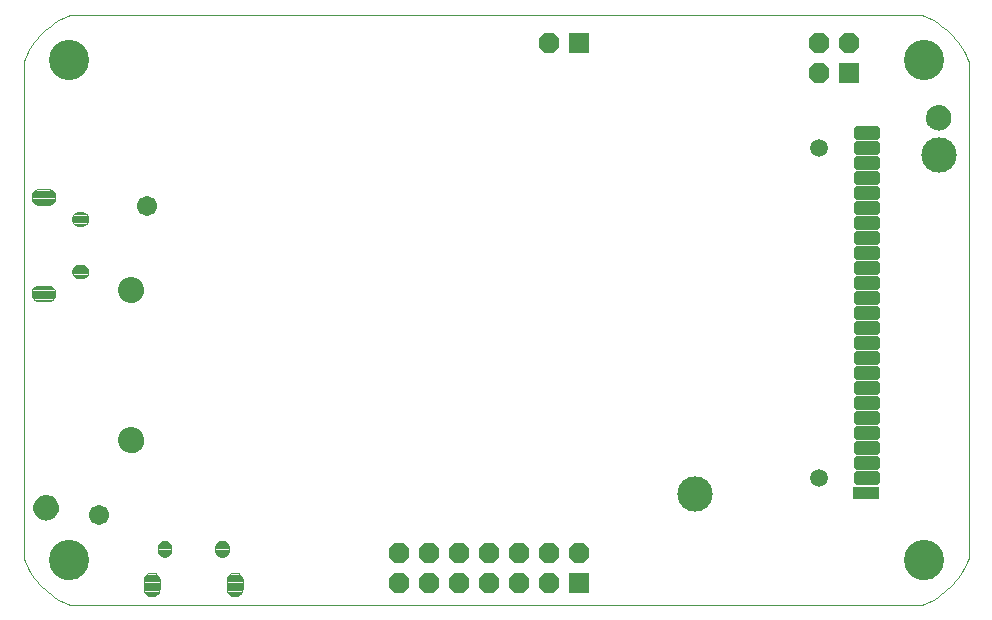
<source format=gbs>
G04 Output by ViewMate Deluxe V11.12.18  PentaLogix*
G04 Wed Mar 06 15:24:07 2019*
%IPPOS*%
%FSLAX25Y25*%
%MOIN*%
%ADD10C,0.0*%
%ADD253C,0.134*%
%ADD254C,0.0867*%
%ADD255C,0.1181*%
%ADD256R,0.068X0.068*%
G04:---LTIenv:A257:16,0.068,0.0 *
%ADD257P,0.073603X8X22.5*%
%ADD258C,0.0671*%
%ADD259C,0.0592*%
%ADD260C,0.0217*%
%ADD261R,0.0867X0.0434*%
%ADD262C,0.005*%
%ADD263C,0.0039*%

%LPD*%
X0Y0D2*D10*G1X286490Y176160D2*X286510Y175850D1*X286570Y175540*X286660Y175240*X286790Y174950*X286960Y174680*X287160Y174440*X287380Y174220*X287640Y174030*X287910Y173870*X288200Y173750*X288500Y173660*X288810Y173610*X289130Y173600*X289440Y173630*X289750Y173700*X290050Y173800*X290330Y173940*X290590Y174120*X290830Y174320*X291040Y174560*X291230Y174810*X291380Y175090*X291490Y175380*X291570Y175690*X291610Y176000*Y176320*X291570Y176630*X291490Y176940*X291380Y177230*X291230Y177510*X291040Y177760*X290830Y178000*X290590Y178200*X290330Y178380*X290050Y178520*X289750Y178620*X289440Y178690*X289130Y178720*X288810Y178710*X288500Y178660*X288200Y178570*X287910Y178450*X287640Y178290*X287380Y178100*X287160Y177880*X286960Y177640*X286790Y177370*X286660Y177080*X286570Y176780*X286510Y176470*X286490Y176160*X325110Y173660D2*X325130Y173270D1*X325190Y172880*X325290Y172500*X325420Y172130*X325590Y171780*X325790Y171440*X326030Y171130*X326300Y170840*X326590Y170580*X326910Y170350*X327250Y170150*X327610Y169990*X327980Y169870*X328370Y169780*X328760Y169730*X329150Y169720*X329540Y169750*X329930Y169820*X330300Y169930*X330670Y170070*X331020Y170250*X331350Y170460*X331660Y170710*X331940Y170980*X332190Y171280*X332410Y171610*X332600Y171950*X332750Y172310*X332870Y172690*X332950Y173070*X332990Y173460*Y173860*X332950Y174250*X332870Y174630*X332750Y175010*X332600Y175370*X332410Y175710*X332190Y176040*X331940Y176340*X331660Y176610*X331350Y176860*X331020Y177070*X330670Y177250*X330300Y177390*X329930Y177500*X329540Y177570*X329150Y177600*X328760Y177590*X328370Y177540*X327980Y177450*X327610Y177330*X327250Y177170*X326910Y176970*X326590Y176740*X326300Y176480*X326030Y176190*X325790Y175880*X325590Y175540*X325420Y175190*X325290Y174820*X325190Y174440*X325130Y174050*X325110Y173660*X286490Y66160D2*X286510Y65850D1*X286570Y65540*X286660Y65240*X286790Y64950*X286960Y64680*X287160Y64440*X287380Y64220*X287640Y64030*X287910Y63870*X288200Y63750*X288500Y63660*X288810Y63610*X289130Y63600*X289440Y63630*X289750Y63700*X290050Y63800*X290330Y63940*X290590Y64120*X290830Y64320*X291040Y64560*X291230Y64810*X291380Y65090*X291490Y65380*X291570Y65690*X291610Y66000*Y66320*X291570Y66630*X291490Y66940*X291380Y67230*X291230Y67510*X291040Y67760*X290830Y68000*X290590Y68200*X290330Y68380*X290050Y68520*X289750Y68620*X289440Y68690*X289130Y68720*X288810Y68710*X288500Y68660*X288200Y68570*X287910Y68450*X287640Y68290*X287380Y68100*X287160Y67880*X286960Y67640*X286790Y67370*X286660Y67080*X286570Y66780*X286510Y66470*X286490Y66160*X244010Y60700D2*X244030Y60310D1*X244090Y59920*X244190Y59540*X244320Y59170*X244490Y58820*X244690Y58480*X244930Y58170*X245200Y57880*X245490Y57620*X245810Y57390*X246150Y57190*X246510Y57030*X246880Y56910*X247270Y56820*X247660Y56770*X248050Y56760*X248440Y56790*X248830Y56860*X249200Y56970*X249570Y57110*X249920Y57290*X250250Y57500*X250560Y57750*X250840Y58020*X251090Y58320*X251310Y58650*X251500Y58990*X251650Y59350*X251770Y59730*X251850Y60110*X251890Y60500*Y60900*X251850Y61290*X251770Y61670*X251650Y62050*X251500Y62410*X251310Y62750*X251090Y63080*X250840Y63380*X250560Y63650*X250250Y63900*X249920Y64110*X249570Y64290*X249200Y64430*X248830Y64540*X248440Y64610*X248050Y64640*X247660Y64630*X247270Y64580*X246880Y64490*X246510Y64370*X246150Y64210*X245810Y64010*X245490Y63780*X245200Y63520*X244930Y63230*X244690Y62920*X244490Y62580*X244320Y62230*X244190Y61860*X244090Y61480*X244030Y61090*X244010Y60700*X39800Y220510D2*X38610Y220050D1*X37440Y219520*X36300Y218940*X35190Y218310*X34120Y217620*X33070Y216890*X32070Y216100*X31100Y215260*X30180Y214380*X29300Y213460*X28460Y212490*X27670Y211490*X26940Y210440*X26250Y209370*X25620Y208260*X25040Y207120*X24510Y205950*X24050Y204760*X55990Y128730D2*X56010Y128340D1*X56070Y127950*X56170Y127570*X56300Y127200*X56470Y126850*X56670Y126510*X56910Y126200*X57180Y125910*X57470Y125650*X57790Y125420*X58130Y125220*X58490Y125060*X58860Y124940*X59250Y124850*X59640Y124800*X60030Y124790*X60420Y124820*X60810Y124890*X61180Y125000*X61550Y125140*X61900Y125320*X62230Y125530*X62540Y125780*X62820Y126050*X63070Y126350*X63290Y126680*X63480Y127020*X63630Y127380*X63750Y127760*X63830Y128140*X63870Y128530*Y128930*X63830Y129320*X63750Y129700*X63630Y130080*X63480Y130440*X63290Y130780*X63070Y131110*X62820Y131410*X62540Y131680*X62230Y131930*X61900Y132140*X61550Y132320*X61180Y132460*X60810Y132570*X60420Y132640*X60030Y132670*X59640Y132660*X59250Y132610*X58860Y132520*X58490Y132400*X58130Y132240*X57790Y132040*X57470Y131810*X57180Y131550*X56910Y131260*X56670Y130950*X56470Y130610*X56300Y130260*X56170Y129890*X56070Y129510*X56010Y129120*X55990Y128730*Y78580D2*X56010Y78190D1*X56070Y77800*X56170Y77420*X56300Y77050*X56470Y76700*X56670Y76360*X56910Y76050*X57180Y75760*X57470Y75500*X57790Y75270*X58130Y75070*X58490Y74910*X58860Y74790*X59250Y74700*X59640Y74650*X60030Y74640*X60420Y74670*X60810Y74740*X61180Y74850*X61550Y74990*X61900Y75170*X62230Y75380*X62540Y75630*X62820Y75900*X63070Y76200*X63290Y76530*X63480Y76870*X63630Y77230*X63750Y77610*X63830Y77990*X63870Y78380*Y78780*X63830Y79170*X63750Y79550*X63630Y79930*X63480Y80290*X63290Y80630*X63070Y80960*X62820Y81260*X62540Y81530*X62230Y81780*X61900Y81990*X61550Y82170*X61180Y82310*X60810Y82420*X60420Y82490*X60030Y82520*X59640Y82510*X59250Y82460*X58860Y82370*X58490Y82250*X58130Y82090*X57790Y81890*X57470Y81660*X57180Y81400*X56910Y81110*X56670Y80800*X56470Y80460*X56300Y80110*X56170Y79740*X56070Y79360*X56010Y78970*X55990Y78580*X39800Y23660D2*X38610Y24120D1*X37440Y24650*X36300Y25230*X35190Y25860*X34120Y26550*X33070Y27280*X32070Y28070*X31100Y28910*X30180Y29790*X29300Y30710*X28460Y31680*X27670Y32680*X26940Y33730*X26250Y34800*X25620Y35910*X25040Y37050*X24510Y38220*X24050Y39410*X32750Y38660D2*X32770Y38160D1*X32830Y37660*X32930Y37170*X33070Y36690*X33240Y36220*X33450Y35770*X33700Y35330*X33980Y34920*X34300Y34530*X34640Y34160*X35010Y33820*X35410Y33520*X35830Y33250*X36270Y33010*X36730Y32800*X37200Y32640*X37680Y32510*X38180Y32420*X38670Y32370*X39180Y32360*X39680Y32390*X40170Y32460*X40660Y32570*X41140Y32720*X41600Y32900*X42050Y33120*X42480Y33380*X42890Y33670*X43280Y33990*X43640Y34340*X43960Y34720*X44260Y35120*X44530Y35550*X44760Y35990*X44950Y36450*X45110Y36930*X45230Y37420*X45310Y37910*X45350Y38410*Y38910*X45310Y39410*X45230Y39900*X45110Y40390*X44950Y40870*X44760Y41330*X44530Y41770*X44260Y42200*X43960Y42600*X43640Y42980*X43280Y43330*X42890Y43650*X42480Y43940*X42050Y44200*X41600Y44420*X41140Y44600*X40660Y44750*X40170Y44860*X39680Y44930*X39180Y44960*X38670Y44950*X38180Y44900*X37680Y44810*X37200Y44680*X36730Y44520*X36270Y44310*X35830Y44070*X35410Y43800*X35010Y43500*X34640Y43160*X34300Y42790*X33980Y42400*X33700Y41990*X33450Y41550*X33240Y41100*X33070Y40630*X32930Y40150*X32830Y39660*X32770Y39160*X32750Y38660*X24050Y204760D2*Y39400D1*X32750Y205510D2*X32770Y205010D1*X32830Y204510*X32930Y204020*X33070Y203540*X33240Y203070*X33450Y202620*X33700Y202180*X33980Y201770*X34300Y201380*X34640Y201010*X35010Y200670*X35410Y200370*X35830Y200100*X36270Y199860*X36730Y199650*X37200Y199490*X37680Y199360*X38180Y199270*X38670Y199220*X39180Y199210*X39680Y199240*X40170Y199310*X40660Y199420*X41140Y199570*X41600Y199750*X42050Y199970*X42480Y200230*X42890Y200520*X43280Y200840*X43640Y201190*X43960Y201570*X44260Y201970*X44530Y202400*X44760Y202840*X44950Y203300*X45110Y203780*X45230Y204270*X45310Y204760*X45350Y205260*Y205760*X45310Y206260*X45230Y206750*X45110Y207240*X44950Y207720*X44760Y208180*X44530Y208620*X44260Y209050*X43960Y209450*X43640Y209830*X43280Y210180*X42890Y210500*X42480Y210790*X42050Y211050*X41600Y211270*X41140Y211450*X40660Y211600*X40170Y211710*X39680Y211780*X39180Y211810*X38670Y211800*X38180Y211750*X37680Y211660*X37200Y211530*X36730Y211370*X36270Y211160*X35830Y210920*X35410Y210650*X35010Y210350*X34640Y210010*X34300Y209640*X33980Y209250*X33700Y208840*X33450Y208400*X33240Y207950*X33070Y207480*X32930Y207000*X32830Y206510*X32770Y206010*X32750Y205510*X323260Y220510D2*X39800D1*X339010Y204760D2*X338550Y205950D1*X338020Y207120*X337440Y208260*X336810Y209370*X336120Y210440*X335390Y211490*X334600Y212490*X333760Y213460*X332880Y214380*X331960Y215260*X330990Y216100*X329990Y216890*X328940Y217620*X327870Y218310*X326760Y218940*X325620Y219520*X324450Y220050*X323260Y220510*X317710Y205510D2*X317730Y205010D1*X317790Y204510*X317890Y204020*X318030Y203540*X318200Y203070*X318410Y202620*X318660Y202180*X318940Y201770*X319260Y201380*X319600Y201010*X319970Y200670*X320370Y200370*X320790Y200100*X321230Y199860*X321690Y199650*X322160Y199490*X322640Y199360*X323140Y199270*X323630Y199220*X324140Y199210*X324640Y199240*X325130Y199310*X325620Y199420*X326100Y199570*X326560Y199750*X327010Y199970*X327440Y200230*X327850Y200520*X328240Y200840*X328600Y201190*X328920Y201570*X329220Y201970*X329490Y202400*X329720Y202840*X329910Y203300*X330070Y203780*X330190Y204270*X330270Y204760*X330310Y205260*Y205760*X330270Y206260*X330190Y206750*X330070Y207240*X329910Y207720*X329720Y208180*X329490Y208620*X329220Y209050*X328920Y209450*X328600Y209830*X328240Y210180*X327850Y210500*X327440Y210790*X327010Y211050*X326560Y211270*X326100Y211450*X325620Y211600*X325130Y211710*X324640Y211780*X324140Y211810*X323630Y211800*X323140Y211750*X322640Y211660*X322160Y211530*X321690Y211370*X321230Y211160*X320790Y210920*X320370Y210650*X319970Y210350*X319600Y210010*X319260Y209640*X318940Y209250*X318660Y208840*X318410Y208400*X318200Y207950*X318030Y207480*X317890Y207000*X317790Y206510*X317730Y206010*X317710Y205510*X339010Y39400D2*Y204760D1*Y39410D2*X338550Y38220D1*X338020Y37050*X337440Y35910*X336810Y34800*X336120Y33730*X335390Y32680*X334600Y31680*X333760Y30710*X332880Y29790*X331960Y28910*X330990Y28070*X329990Y27280*X328940Y26550*X327870Y25860*X326760Y25230*X325620Y24650*X324450Y24120*X323260Y23660*X317710Y38660D2*X317730Y38160D1*X317790Y37660*X317890Y37170*X318030Y36690*X318200Y36220*X318410Y35770*X318660Y35330*X318940Y34920*X319260Y34530*X319600Y34160*X319970Y33820*X320370Y33520*X320790Y33250*X321230Y33010*X321690Y32800*X322160Y32640*X322640Y32510*X323140Y32420*X323630Y32370*X324140Y32360*X324640Y32390*X325130Y32460*X325620Y32570*X326100Y32720*X326560Y32900*X327010Y33120*X327440Y33380*X327850Y33670*X328240Y33990*X328600Y34340*X328920Y34720*X329220Y35120*X329490Y35550*X329720Y35990*X329910Y36450*X330070Y36930*X330190Y37420*X330270Y37910*X330310Y38410*Y38910*X330270Y39410*X330190Y39900*X330070Y40390*X329910Y40870*X329720Y41330*X329490Y41770*X329220Y42200*X328920Y42600*X328600Y42980*X328240Y43330*X327850Y43650*X327440Y43940*X327010Y44200*X326560Y44420*X326100Y44600*X325620Y44750*X325130Y44860*X324640Y44930*X324140Y44960*X323630Y44950*X323140Y44900*X322640Y44810*X322160Y44680*X321690Y44520*X321230Y44310*X320790Y44070*X320370Y43800*X319970Y43500*X319600Y43160*X319260Y42790*X318940Y42400*X318660Y41990*X318410Y41550*X318200Y41100*X318030Y40630*X317890Y40150*X317790Y39660*X317730Y39160*X317710Y38660*X39800Y23660D2*X323260D1*D260*X301740Y182230D2*X308240D1*X301740Y180070D2*X308240D1*Y182250*X301740*Y180070*Y177230D2*X308240D1*X301740Y175070D2*X308240D1*Y177250*X301740*Y175070*Y172230D2*X308240D1*X301740Y170070D2*X308240D1*Y172250*X301740*Y170070*Y167230D2*X308240D1*X301740Y165070D2*X308240D1*Y167250*X301740*Y165070*Y162230D2*X308240D1*X301740Y160070D2*X308240D1*Y162250*X301740*Y160070*Y157230D2*X308240D1*X301740Y155070D2*X308240D1*Y157250*X301740*Y155070*Y152230D2*X308240D1*X301740Y150070D2*X308240D1*Y152250*X301740*Y150070*Y147230D2*X308240D1*X301740Y145070D2*X308240D1*Y147250*X301740*Y145070*Y142230D2*X308240D1*X301740Y140070D2*X308240D1*Y142250*X301740*Y140070*Y137230D2*X308240D1*X301740Y135070D2*X308240D1*Y137250*X301740*Y135070*Y132230D2*X308240D1*X301740Y130070D2*X308240D1*Y132250*X301740*Y130070*Y127230D2*X308240D1*X301740Y125070D2*X308240D1*Y127250*X301740*Y125070*Y122230D2*X308240D1*X301740Y120070D2*X308240D1*Y122250*X301740*Y120070*Y117230D2*X308240D1*X301740Y115070D2*X308240D1*Y117250*X301740*Y115070*Y112230D2*X308240D1*X301740Y110070D2*X308240D1*Y112250*X301740*Y110070*Y107230D2*X308240D1*X301740Y105070D2*X308240D1*Y107250*X301740*Y105070*Y102230D2*X308240D1*X301740Y100070D2*X308240D1*Y102250*X301740*Y100070*Y97230D2*X308240D1*X301740Y95070D2*X308240D1*Y97250*X301740*Y95070*Y92230D2*X308240D1*X301740Y90070D2*X308240D1*Y92250*X301740*Y90070*Y87230D2*X308240D1*X301740Y85070D2*X308240D1*Y87250*X301740*Y85070*Y82230D2*X308240D1*X301740Y80070D2*X308240D1*Y82250*X301740*Y80070*Y77230D2*X308240D1*X301740Y75070D2*X308240D1*Y77250*X301740*Y75070*Y72230D2*X308240D1*X301740Y70070D2*X308240D1*Y72250*X301740*Y70070*Y67230D2*X308240D1*X301740Y65070D2*X308240D1*Y67250*X301740*Y65070*D262*X32240Y60030D2*X30860D1*X29550Y59550D2*X33550D1*X34190Y59060D2*X28910D1*X28460Y58580D2*X34640D1*X34970Y58090D2*X28120D1*X30950Y52270D2*X32150D1*X33530Y52760D2*X29570D1*X28920Y53240D2*X34180D1*X34640Y53730D2*X28460D1*X28130Y54210D2*X34970D1*X35200Y54700D2*X27900D1*X27750Y55180D2*X35350D1*X35440Y55670D2*X27660D1*X27610Y56150D2*X35490D1*X35440Y56640D2*X27650D1*X27750Y57120D2*X35350D1*X35200Y57610D2*X27900D1*X35250Y57500D2*X34960Y58120D1*X34570Y58690*X34080Y59170*X33520Y59570*X32900Y59860*X32230Y60030*X31550Y60090*X30870Y60030*X30200Y59860*X29580Y59570*X29020Y59170*X28530Y58690*X28140Y58120*X27850Y57500*X27670Y56840*X27610Y56160*X27670Y55470*X27850Y54810*X28140Y54190*X28530Y53630*X29020Y53140*X29580Y52750*X30200Y52460*X30870Y52280*X31550Y52220*X32230Y52280*X32900Y52460*X33520Y52750*X34080Y53140*X34570Y53630*X34960Y54190*X35250Y54810*X35430Y55470*X35490Y56160*X35430Y56840*X35250Y57500*X332120Y183710D2*X325980D1*X326440Y183220D2*X331660D1*X331000Y182740D2*X327100D1*X328670Y182250D2*X329420D1*X328370Y182280D2*X329050Y182220D1*X329730Y182280*X330400Y182460*X331020Y182750*X331580Y183140*X332070Y183630*X332460Y184190*X329810Y190010D2*X328290D1*X327030Y189530D2*X331070D1*X331710Y189040D2*X326390D1*X325940Y188560D2*X332160D1*X332480Y188070D2*X325620D1*X325390Y187590D2*X332710D1*X332860Y187100D2*X325240D1*X325150Y186620D2*X332950D1*X332980Y186130D2*X325110D1*X325160Y185650D2*X332940D1*X332840Y185160D2*X325260D1*X325410Y184680D2*X332690D1*X325640Y184190D2*X332460D1*X332750Y184810*X332930Y185470*X332990Y186160*X332930Y186840*X332750Y187500*X332460Y188120*X332070Y188690*X331580Y189170*X331020Y189570*X330400Y189860*X329730Y190030*X329050Y190090*X328370Y190030*X327700Y189860*X327080Y189570*X326520Y189170*X326030Y188690*X325640Y188120*X325350Y187500*X325170Y186840*X325110Y186160*X325170Y185470*X325350Y184810*X325640Y184190*X326030Y183630*X326520Y183140*X327080Y182750*X327700Y182460*X328370Y182280*D263*X28100Y157340D2*X33130D1*X33720Y157720D2*X27510D1*X27150Y158100D2*X34080D1*X32820Y162260D2*X28410D1*X27630Y161880D2*X33590D1*X33990Y161500D2*X27240D1*X26980Y161130D2*X34250D1*X34420Y160750D2*X26810D1*X26710Y160370D2*X34510D1*X26680Y159990D2*X26720Y160460D1*X26860Y160900*X27080Y161310*X27370Y161660*X27730Y161960*X28140Y162180*X28580Y162310*X29040Y162360*X32190*X32650Y162310*X33090Y162180*X33500Y161960*X33860Y161660*X34150Y161310*X34370Y160900*X34510Y160460*X34550Y159990*X26680Y159610D2*X34550D1*X34530Y159230D2*X26700D1*X26780Y158850D2*X34450D1*X34310Y158470D2*X26920D1*X34370Y158600D2*X34510Y159040D1*X34550Y159500*Y159990*X26680*Y159500*X26720Y159040*X26860Y158600*X27080Y158190*X27370Y157830*X27730Y157540*X28140Y157320*X28580Y157190*X29040Y157140*X32190*X32650Y157190*X33090Y157320*X33500Y157540*X33860Y157830*X34150Y158190*X34370Y158600*X44610Y154310D2*X44240Y154510D1*X43830Y154640*X43410Y154680*X42430*X42000Y154640*X41600Y154510*X41220Y154310*X45040Y153930D2*X40800D1*X40540Y153550D2*X45300D1*X45460Y153170D2*X40370D1*X40290Y152790D2*X45550D1*X45580Y152420D2*X40260D1*X40290Y152040D2*X45550D1*X45460Y151660D2*X40370D1*X40540Y151280D2*X45300D1*X45030Y150900D2*X40800D1*X44610Y150520D2*X44940Y150790D1*X45210Y151110*X45410Y151490*X45530Y151900*X45580Y152320*Y152510*X45530Y152940*X45410Y153340*X45210Y153720*X44940Y154050*X44610Y154310*X44620D2*X41220D1*X40890Y154050*X40630Y153720*X40430Y153340*X40300Y152940*X40260Y152510*Y152320*X40300Y151900*X40430Y151490*X40630Y151110*X40890Y150790*X41220Y150520*X42430Y150150D2*X43410D1*X43830Y150190*X44240Y150320*X44610Y150520*X44620D2*X41220D1*X41600Y150320*X42000Y150190*X42430Y150150*X43990Y132720D2*X41840D1*X41400Y136890D2*X44440D1*X44950Y136510D2*X40880D1*X40590Y136130D2*X45250D1*X45430Y135750D2*X40400D1*X40300Y135370D2*X45540D1*X45580Y134990D2*X40260D1*X40280Y134620D2*X45560D1*X45490Y134240D2*X40340D1*X40480Y133860D2*X45350D1*X45120Y133480D2*X40720D1*X41100Y133100D2*X44740D1*X41220Y133000D2*X40890Y133270D1*X40630Y133590*X40430Y133970*X40300Y134380*X40260Y134800*Y134990*X40300Y135420*X40430Y135820*X40630Y136200*X40890Y136530*X41220Y136800*X41600Y137000*X42000Y137120*X42430Y137160*X43410*X43830Y137120*X44240Y137000*X44610Y136800*X44940Y136530*X45210Y136200*X45410Y135820*X45530Y135420*X45580Y134990*Y134800*X45530Y134380*X45410Y133970*X45210Y133590*X44940Y133270*X44610Y133000*X44240Y132800*X43830Y132670*X43410Y132630*X42430*X42000Y132670*X41600Y132800*X41220Y133000*X28110Y125150D2*X33120D1*X32830Y130070D2*X28400D1*X27630Y129690D2*X33600D1*X34000Y129310D2*X27230D1*X26980Y128940D2*X34250D1*X34420Y128560D2*X26810D1*X26710Y128180D2*X34520D1*X34550Y127800D2*X26680D1*Y127420D2*X34550D1*X34520Y127040D2*X26700D1*X26780Y126660D2*X34450D1*X34300Y126280D2*X26930D1*X27160Y125910D2*X34070D1*X33710Y125530D2*X27520D1*X33500Y125350D2*X33860Y125650D1*X34150Y126010*X34370Y126410*X34510Y126860*X34550Y127320*Y127810*X34510Y128270*X34370Y128710*X34150Y129120*X33860Y129480*X33500Y129770*X33090Y129990*X32650Y130130*X32190Y130170*X29040*X28580Y130130*X28140Y129990*X27730Y129770*X27370Y129480*X27080Y129120*X26860Y128710*X26720Y128270*X26680Y127810*Y127320*X26720Y126860*X26860Y126410*X27080Y126010*X27370Y125650*X27730Y125350*X28140Y125140*X28580Y125000*X29040Y124960*X32190*X32650Y125000*X33090Y125140*X33500Y125350*X91810Y29720D2*X97020D1*Y30090D2*X91810D1*Y30470D2*X97020D1*Y30850D2*X91810D1*Y31230D2*X97020D1*Y31610D2*X91810D1*Y31990D2*X97020D1*X97000Y32370D2*X91820D1*X91880Y32740D2*X96950D1*X96830Y33120D2*X92000D1*X96620Y33500D2*X96840Y33090D1*X96980Y32650*X97020Y32190*Y29040*X91810Y29340D2*X97020D1*X94740Y26690D2*X94090D1*X92880Y27060D2*X95950D1*X96390Y27440D2*X92440D1*X92150Y27820D2*X96670D1*X96860Y28200D2*X91970D1*X97020Y29040D2*X96980Y28580D1*X91810Y28960D2*X97010D1*X91850Y28580D2*X91990Y28140D1*X92200Y27730*X92500Y27370*X92860Y27080*X93260Y26860*X93710Y26720*X94170Y26680*X94660*X95120Y26720*X95560Y26860*X95970Y27080*X96330Y27370*X96620Y27730*X96840Y28140*X96980Y28580*X91850*X91810Y29040*Y32190*X91850Y32650*X91990Y33090*X92200Y33500*X96300Y33880D2*X92520D1*X93050Y34260D2*X95770D1*X92860Y34150D2*X92500Y33860D1*X92200Y33500*X96620*X96330Y33860*X95970Y34150*X95560Y34370*X95120Y34510*X94660Y34550*X94170*X93710Y34510*X93260Y34370*X92860Y34150*X91070Y39940D2*X89190D1*X88600Y40320D2*X91660D1*X92000Y40700D2*X88260D1*X89100Y44860D2*X91160D1*X91720Y44480D2*X88550D1*X88230Y44110D2*X92040D1*X92240Y43730D2*X88030D1*X87910Y43350D2*X92350D1*X92390Y42970D2*X87870D1*Y42590D2*X92400D1*Y42210D2*X87870D1*X87880Y41830D2*X92390D1*X92340Y41460D2*X87930D1*X88050Y41080D2*X92220D1*X88030Y41100D2*X88230Y40730D1*X88500Y40400*X88830Y40130*X89210Y39930*X89610Y39810*X90030Y39770*X90230*X90650Y39810*X91060Y39930*X91430Y40130*X91760Y40400*X92030Y40730*X92230Y41100*X92350Y41510*X92400Y41930*Y42920*X92350Y43340*X92230Y43750*X92030Y44120*X91760Y44450*X91430Y44720*X91060Y44920*X90650Y45040*X90230Y45080*X90030*X89610Y45040*X89210Y44920*X88830Y44720*X88500Y44450*X88230Y44120*X88030Y43750*X87910Y43340*X87870Y42920*Y41930*X87910Y41510*X88030Y41100*X64870Y33880D2*X68650D1*X68120Y34260D2*X65400D1*X67460Y34510D2*X67000Y34550D1*X66510*X66050Y34510*X65610Y34370*X65200Y34150*X64840Y33860*X64550Y33500*X66430Y26690D2*X67080D1*X68290Y27060D2*X65220D1*X64780Y27440D2*X68730D1*X69020Y27820D2*X64500D1*X64310Y28200D2*X69200D1*X64190Y28580D2*X64330Y28140D1*X64550Y27730*X64840Y27370*X65200Y27080*X65610Y26860*X66050Y26720*X66510Y26680*X67000*X67460Y26720*X67910Y26860*X68310Y27080*X68670Y27370*X68970Y27730*X69180Y28140*X69320Y28580*X64160Y28960D2*X69360D1*Y29340D2*X64150D1*Y29720D2*X69360D1*Y30090D2*X64150D1*Y30470D2*X69360D1*Y30850D2*X64150D1*Y31230D2*X69360D1*Y31610D2*X64150D1*Y31990D2*X69360D1*X69350Y32370D2*X64170D1*X64220Y32740D2*X69290D1*X69170Y33120D2*X64340D1*X68970Y33500D2*X64550D1*X64330Y33090*X64190Y32650*X64150Y32190*Y29040*X64190Y28580*X69320*X69360Y29040*Y32190*X69320Y32650*X69180Y33090*X68970Y33500*X68670Y33860*X68310Y34150*X67910Y34370*X67460Y34510*X72070Y44860D2*X70010D1*X69450Y44480D2*X72620D1*X72940Y44110D2*X69130D1*X70100Y39940D2*X71980D1*X72570Y40320D2*X69510D1*X69170Y40700D2*X72910D1*X73120Y41080D2*X68950D1*X68830Y41460D2*X73240D1*X73290Y41830D2*X68780D1*X68770Y42210D2*X73300D1*Y42590D2*X68770D1*X68780Y42970D2*X73300D1*X73260Y43350D2*X68820D1*X68930Y43730D2*X73140D1*X68940Y43750D2*X68820Y43340D1*X68770Y42920*Y41930*X68820Y41510*X68940Y41100*X69140Y40730*X69410Y40400*X69740Y40130*X70110Y39930*X70520Y39810*X70940Y39770*X71140*X71560Y39810*X71960Y39930*X72340Y40130*X72670Y40400*X72940Y40730*X73140Y41100*X73260Y41510*X73300Y41930*Y42920*X73260Y43340*X73140Y43750*X72940Y44120*X72670Y44450*X72340Y44720*X71960Y44920*X71560Y45040*X71140Y45080*X70940*X70520Y45040*X70110Y44920*X69740Y44720*X69410Y44450*X69140Y44120*X68940Y43750*D253*X39050Y205510D3*Y38660D3*X324010D3*Y205510D3*D254*X329050Y173660D3*X247950Y60700D3*X59930Y78580D3*Y128730D3*D255*X247950Y60700D3*X329050Y173660D3*D256*X209050Y211160D3*X299050Y201160D3*X209050Y31160D3*D257*X199050Y31160D3*X189050D3*X179050D3*X169050D3*X159050D3*X149050D3*Y41160D3*X159050D3*X169050D3*X179050D3*X189050D3*X199050D3*X209050D3*X289050Y201160D3*X299050Y211160D3*X289050D3*X199050D3*D258*X65300Y156780D3*X49050Y53660D3*D259*X289050Y66160D3*Y176160D3*D261*X304990Y61160D3*X0Y0D2*M02*
</source>
